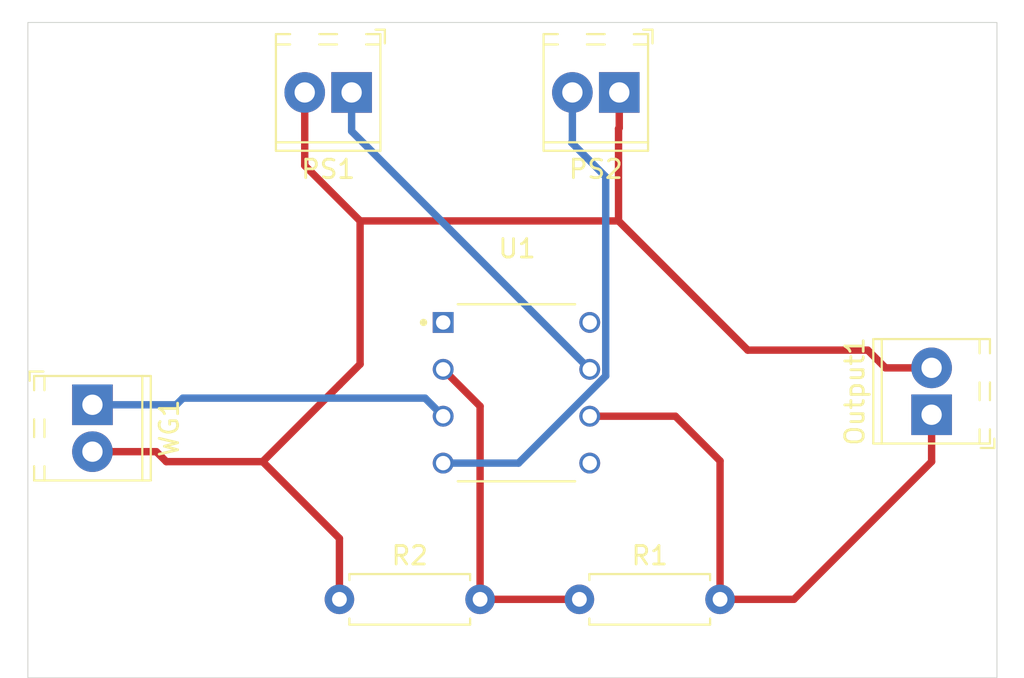
<source format=kicad_pcb>
(kicad_pcb (version 20240108) (generator "pcbnew") (generator_version "8.0")
  (layers (0 "F.Cu" signal) (31 "B.Cu" signal) (34 "B.Paste" user) (35 "F.Paste" user) (36 "B.SilkS" user "B.Silkscreen") (37 "F.SilkS" user "F.Silkscreen") (38 "B.Mask" user) (39 "F.Mask" user) (44 "Edge.Cuts" user))
  (net 0 "")
  (net 2 "Net-(U1--)")
  (net 5 "Net-(Output1-Pin_2)")
  (net 6 "Net-(Output1-Pin_1)")
  (net 7 "Net-(PS1-Pin_1)")
  (net 8 "Net-(PS2-Pin_2)")
  (net 9 "Net-(U1-+)")
  (footprint "TerminalBlock_Phoenix:TerminalBlock_Phoenix_MPT-0,5-2-2.54_1x02_P2.54mm_Horizontal" (layer "F.Cu") (at 57.04 36.04 180)
    (property "Reference" "PS1" (at 1.27 -4.16 180) (layer "F.SilkS"))
    (property "Value" "Screw_Terminal_01x02")
    (fp_line (start 4.1 -3.16) (end 4.1 3.16) (stroke (width 0.12)) (layer "F.SilkS"))
    (fp_line (start 3.33 3.16) (end 4.1 3.16) (stroke (width 0.12)) (layer "F.SilkS"))
    (fp_line (start 3.33 2.6) (end 4.1 2.6) (stroke (width 0.12)) (layer "F.SilkS"))
    (fp_line (start 0.79 3.16) (end 1.75 3.16) (stroke (width 0.12)) (layer "F.SilkS"))
    (fp_line (start 0.79 2.6) (end 1.75 2.6) (stroke (width 0.12)) (layer "F.SilkS"))
    (fp_line (start -1.56 3.16) (end -0.79 3.16) (stroke (width 0.12)) (layer "F.SilkS"))
    (fp_line (start -1.56 2.6) (end -0.79 2.6) (stroke (width 0.12)) (layer "F.SilkS"))
    (fp_line (start -1.56 -2.7) (end 4.1 -2.7) (stroke (width 0.12)) (layer "F.SilkS"))
    (fp_line (start -1.56 -3.16) (end 4.1 -3.16) (stroke (width 0.12)) (layer "F.SilkS"))
    (fp_line (start -1.56 -3.16) (end -1.56 3.16) (stroke (width 0.12)) (layer "F.SilkS"))
    (fp_line (start -1.8 3.4) (end -1.3 3.4) (stroke (width 0.12)) (layer "F.SilkS"))
    (fp_line (start -1.8 2.66) (end -1.8 3.4) (stroke (width 0.12)) (layer "F.SilkS"))
    (pad "" np_thru_hole circle (at 0 2.54 180) (size 1.1 1.1) (drill 1.1) (layers "*.Cu" "*.Mask"))
    (pad "" np_thru_hole circle (at 2.54 2.54 180) (size 1.1 1.1) (drill 1.1) (layers "*.Cu" "*.Mask"))
    (pad "1" thru_hole rect (at 0 0 180) (size 2.2 2.2) (drill 1.1) (layers "*.Cu" "*.Mask") (net 7 "Net-(PS1-Pin_1)"))
    (pad "2" thru_hole circle (at 2.54 0 180) (size 2.2 2.2) (drill 1.1) (layers "*.Cu" "*.Mask") (net 5 "Net-(Output1-Pin_2)"))
  )
  (footprint "TerminalBlock_Phoenix:TerminalBlock_Phoenix_MPT-0,5-2-2.54_1x02_P2.54mm_Horizontal" (layer "F.Cu") (at 88.46 53.5 90)
    (property "Reference" "Output1" (at 1.27 -4.16 90) (layer "F.SilkS"))
    (property "Value" "Screw_Terminal_01x02")
    (fp_line (start 4.1 -3.16) (end 4.1 3.16) (stroke (width 0.12)) (layer "F.SilkS"))
    (fp_line (start -1.56 -3.16) (end 4.1 -3.16) (stroke (width 0.12)) (layer "F.SilkS"))
    (fp_line (start -1.56 -3.16) (end -1.56 3.16) (stroke (width 0.12)) (layer "F.SilkS"))
    (fp_line (start -1.56 -2.7) (end 4.1 -2.7) (stroke (width 0.12)) (layer "F.SilkS"))
    (fp_line (start 3.33 2.6) (end 4.1 2.6) (stroke (width 0.12)) (layer "F.SilkS"))
    (fp_line (start 0.79 2.6) (end 1.75 2.6) (stroke (width 0.12)) (layer "F.SilkS"))
    (fp_line (start -1.56 2.6) (end -0.79 2.6) (stroke (width 0.12)) (layer "F.SilkS"))
    (fp_line (start -1.8 2.66) (end -1.8 3.4) (stroke (width 0.12)) (layer "F.SilkS"))
    (fp_line (start 3.33 3.16) (end 4.1 3.16) (stroke (width 0.12)) (layer "F.SilkS"))
    (fp_line (start 0.79 3.16) (end 1.75 3.16) (stroke (width 0.12)) (layer "F.SilkS"))
    (fp_line (start -1.56 3.16) (end -0.79 3.16) (stroke (width 0.12)) (layer "F.SilkS"))
    (fp_line (start -1.8 3.4) (end -1.3 3.4) (stroke (width 0.12)) (layer "F.SilkS"))
    (pad "" np_thru_hole circle (at 0 2.54 90) (size 1.1 1.1) (drill 1.1) (layers "*.Cu" "*.Mask"))
    (pad "" np_thru_hole circle (at 2.54 2.54 90) (size 1.1 1.1) (drill 1.1) (layers "*.Cu" "*.Mask"))
    (pad "1" thru_hole rect (at 0 0 90) (size 2.2 2.2) (drill 1.1) (layers "*.Cu" "*.Mask") (net 6 "Net-(Output1-Pin_1)"))
    (pad "2" thru_hole circle (at 2.54 0 90) (size 2.2 2.2) (drill 1.1) (layers "*.Cu" "*.Mask") (net 5 "Net-(Output1-Pin_2)"))
  )
  (footprint "TerminalBlock_Phoenix:TerminalBlock_Phoenix_MPT-0,5-2-2.54_1x02_P2.54mm_Horizontal" (layer "F.Cu") (at 43 52.96 -90)
    (property "Reference" "WG1" (at 1.27 -4.16 90) (layer "F.SilkS"))
    (property "Value" "Screw_Terminal_01x02")
    (fp_line (start -1.8 3.4) (end -1.3 3.4) (stroke (width 0.12)) (layer "F.SilkS"))
    (fp_line (start -1.56 3.16) (end -0.79 3.16) (stroke (width 0.12)) (layer "F.SilkS"))
    (fp_line (start 0.79 3.16) (end 1.75 3.16) (stroke (width 0.12)) (layer "F.SilkS"))
    (fp_line (start 3.33 3.16) (end 4.1 3.16) (stroke (width 0.12)) (layer "F.SilkS"))
    (fp_line (start -1.8 2.66) (end -1.8 3.4) (stroke (width 0.12)) (layer "F.SilkS"))
    (fp_line (start -1.56 2.6) (end -0.79 2.6) (stroke (width 0.12)) (layer "F.SilkS"))
    (fp_line (start 0.79 2.6) (end 1.75 2.6) (stroke (width 0.12)) (layer "F.SilkS"))
    (fp_line (start 3.33 2.6) (end 4.1 2.6) (stroke (width 0.12)) (layer "F.SilkS"))
    (fp_line (start -1.56 -2.7) (end 4.1 -2.7) (stroke (width 0.12)) (layer "F.SilkS"))
    (fp_line (start -1.56 -3.16) (end -1.56 3.16) (stroke (width 0.12)) (layer "F.SilkS"))
    (fp_line (start -1.56 -3.16) (end 4.1 -3.16) (stroke (width 0.12)) (layer "F.SilkS"))
    (fp_line (start 4.1 -3.16) (end 4.1 3.16) (stroke (width 0.12)) (layer "F.SilkS"))
    (pad "" np_thru_hole circle (at 0 2.54 270) (size 1.1 1.1) (drill 1.1) (layers "*.Cu" "*.Mask"))
    (pad "" np_thru_hole circle (at 2.54 2.54 270) (size 1.1 1.1) (drill 1.1) (layers "*.Cu" "*.Mask"))
    (pad "1" thru_hole rect (at 0 0 270) (size 2.2 2.2) (drill 1.1) (layers "*.Cu" "*.Mask") (net 9 "Net-(U1-+)"))
    (pad "2" thru_hole circle (at 2.54 0 270) (size 2.2 2.2) (drill 1.1) (layers "*.Cu" "*.Mask") (net 5 "Net-(Output1-Pin_2)"))
  )
  (footprint "TerminalBlock_Phoenix:TerminalBlock_Phoenix_MPT-0,5-2-2.54_1x02_P2.54mm_Horizontal" (layer "F.Cu") (at 71.54 36.04 180)
    (property "Reference" "PS2" (at 1.27 -4.16 180) (layer "F.SilkS"))
    (property "Value" "Screw_Terminal_01x02")
    (fp_line (start 4.1 -3.16) (end 4.1 3.16) (stroke (width 0.12)) (layer "F.SilkS"))
    (fp_line (start 3.33 3.16) (end 4.1 3.16) (stroke (width 0.12)) (layer "F.SilkS"))
    (fp_line (start 3.33 2.6) (end 4.1 2.6) (stroke (width 0.12)) (layer "F.SilkS"))
    (fp_line (start 0.79 3.16) (end 1.75 3.16) (stroke (width 0.12)) (layer "F.SilkS"))
    (fp_line (start 0.79 2.6) (end 1.75 2.6) (stroke (width 0.12)) (layer "F.SilkS"))
    (fp_line (start -1.56 3.16) (end -0.79 3.16) (stroke (width 0.12)) (layer "F.SilkS"))
    (fp_line (start -1.56 2.6) (end -0.79 2.6) (stroke (width 0.12)) (layer "F.SilkS"))
    (fp_line (start -1.56 -2.7) (end 4.1 -2.7) (stroke (width 0.12)) (layer "F.SilkS"))
    (fp_line (start -1.56 -3.16) (end 4.1 -3.16) (stroke (width 0.12)) (layer "F.SilkS"))
    (fp_line (start -1.56 -3.16) (end -1.56 3.16) (stroke (width 0.12)) (layer "F.SilkS"))
    (fp_line (start -1.8 3.4) (end -1.3 3.4) (stroke (width 0.12)) (layer "F.SilkS"))
    (fp_line (start -1.8 2.66) (end -1.8 3.4) (stroke (width 0.12)) (layer "F.SilkS"))
    (pad "" np_thru_hole circle (at 0 2.54 180) (size 1.1 1.1) (drill 1.1) (layers "*.Cu" "*.Mask"))
    (pad "" np_thru_hole circle (at 2.54 2.54 180) (size 1.1 1.1) (drill 1.1) (layers "*.Cu" "*.Mask"))
    (pad "1" thru_hole rect (at 0 0 180) (size 2.2 2.2) (drill 1.1) (layers "*.Cu" "*.Mask") (net 5 "Net-(Output1-Pin_2)"))
    (pad "2" thru_hole circle (at 2.54 0 180) (size 2.2 2.2) (drill 1.1) (layers "*.Cu" "*.Mask") (net 8 "Net-(PS2-Pin_2)"))
  )
  (footprint "Resistor_THT:R_Axial_DIN0207_L6.3mm_D2.5mm_P7.62mm_Horizontal" (layer "F.Cu") (at 69.38 63.5)
    (property "Reference" "R1" (at 3.81 -2.37 0) (layer "F.SilkS"))
    (property "Value" "5.1 ohms")
    (fp_line (start 0.54 -1.37) (end 7.08 -1.37) (stroke (width 0.12)) (layer "F.SilkS"))
    (fp_line (start 0.54 -1.04) (end 0.54 -1.37) (stroke (width 0.12)) (layer "F.SilkS"))
    (fp_line (start 0.54 1.04) (end 0.54 1.37) (stroke (width 0.12)) (layer "F.SilkS"))
    (fp_line (start 0.54 1.37) (end 7.08 1.37) (stroke (width 0.12)) (layer "F.SilkS"))
    (fp_line (start 7.08 -1.37) (end 7.08 -1.04) (stroke (width 0.12)) (layer "F.SilkS"))
    (fp_line (start 7.08 1.37) (end 7.08 1.04) (stroke (width 0.12)) (layer "F.SilkS"))
    (pad "1" thru_hole circle (at 0 0) (size 1.6 1.6) (drill 0.8) (layers "*.Cu" "*.Mask") (net 2 "Net-(U1--)"))
    (pad "2" thru_hole oval (at 7.62 0) (size 1.6 1.6) (drill 0.8) (layers "*.Cu" "*.Mask") (net 6 "Net-(Output1-Pin_1)"))
  )
  (footprint "Resistor_THT:R_Axial_DIN0207_L6.3mm_D2.5mm_P7.62mm_Horizontal" (layer "F.Cu") (at 56.38 63.5)
    (property "Reference" "R2" (at 3.81 -2.37 0) (layer "F.SilkS"))
    (property "Value" "2 ohms")
    (fp_line (start 0.54 -1.37) (end 7.08 -1.37) (stroke (width 0.12)) (layer "F.SilkS"))
    (fp_line (start 0.54 -1.04) (end 0.54 -1.37) (stroke (width 0.12)) (layer "F.SilkS"))
    (fp_line (start 0.54 1.04) (end 0.54 1.37) (stroke (width 0.12)) (layer "F.SilkS"))
    (fp_line (start 0.54 1.37) (end 7.08 1.37) (stroke (width 0.12)) (layer "F.SilkS"))
    (fp_line (start 7.08 -1.37) (end 7.08 -1.04) (stroke (width 0.12)) (layer "F.SilkS"))
    (fp_line (start 7.08 1.37) (end 7.08 1.04) (stroke (width 0.12)) (layer "F.SilkS"))
    (pad "1" thru_hole circle (at 0 0) (size 1.6 1.6) (drill 0.8) (layers "*.Cu" "*.Mask") (net 5 "Net-(Output1-Pin_2)"))
    (pad "2" thru_hole oval (at 7.62 0) (size 1.6 1.6) (drill 0.8) (layers "*.Cu" "*.Mask") (net 2 "Net-(U1--)"))
  )
  (footprint "LM741CN_NOPB:DIP794W45P254L959H508Q8" (layer "F.Cu") (at 65.97 52.31)
    (property "Reference" "U1" (at 0.03 -7.81 0) (layer "F.SilkS"))
    (property "Value" "LM741")
    (fp_line (start -3.175 -4.795) (end 3.175 -4.795) (stroke (width 0.127)) (layer "F.SilkS"))
    (fp_line (start -3.175 4.795) (end 3.175 4.795) (stroke (width 0.127)) (layer "F.SilkS"))
    (fp_circle (center -5.035 -3.81) (end -4.935 -3.81) (stroke (width 0.2)) (fill none) (layer "F.SilkS"))
    (pad "1" thru_hole rect (at -3.97 -3.81) (size 1.13 1.13) (drill 0.78) (layers "*.Cu" "*.Mask"))
    (pad "2" thru_hole circle (at -3.97 -1.27) (size 1.13 1.13) (drill 0.78) (layers "*.Cu" "*.Mask") (net 2 "Net-(U1--)"))
    (pad "3" thru_hole circle (at -3.97 1.27) (size 1.13 1.13) (drill 0.78) (layers "*.Cu" "*.Mask") (net 9 "Net-(U1-+)"))
    (pad "4" thru_hole circle (at -3.97 3.81) (size 1.13 1.13) (drill 0.78) (layers "*.Cu" "*.Mask") (net 8 "Net-(PS2-Pin_2)"))
    (pad "5" thru_hole circle (at 3.97 3.81) (size 1.13 1.13) (drill 0.78) (layers "*.Cu" "*.Mask"))
    (pad "6" thru_hole circle (at 3.97 1.27) (size 1.13 1.13) (drill 0.78) (layers "*.Cu" "*.Mask") (net 6 "Net-(Output1-Pin_1)"))
    (pad "7" thru_hole circle (at 3.97 -1.27) (size 1.13 1.13) (drill 0.78) (layers "*.Cu" "*.Mask") (net 7 "Net-(PS1-Pin_1)"))
    (pad "8" thru_hole circle (at 3.97 -3.81) (size 1.13 1.13) (drill 0.78) (layers "*.Cu" "*.Mask"))
  )
  (gr_rect (start 39.5 32.25) (end 92 67.75) (stroke (width 0.05)) (fill none) (layer "Edge.Cuts"))
  (segment (start 64 63.5) (end 69.38 63.5) (width 0.4) (layer "F.Cu") (net 2))
  (segment (start 64 53.04) (end 64 63.5) (width 0.4) (layer "F.Cu") (net 2))
  (segment (start 62 51.04) (end 64 53.04) (width 0.4) (layer "F.Cu") (net 2))
  (segment (start 71.54 37.96) (end 71.54 36.04) (width 0.4) (layer "F.Cu") (net 5))
  (segment (start 71.5 43) (end 78.5 50) (width 0.4) (layer "F.Cu") (net 5))
  (segment (start 71.5 38) (end 71.54 37.96) (width 0.4) (layer "F.Cu") (net 5))
  (segment (start 52.22 56.04) (end 47 56.04) (width 0.4) (layer "F.Cu") (net 5))
  (segment (start 85.96 50.96) (end 88.46 50.96) (width 0.4) (layer "F.Cu") (net 5))
  (segment (start 78.5 50) (end 85 50) (width 0.4) (layer "F.Cu") (net 5))
  (segment (start 71.5 43) (end 71.5 38) (width 0.4) (layer "F.Cu") (net 5))
  (segment (start 57.5 43) (end 57.5 50.76) (width 0.4) (layer "F.Cu") (net 5))
  (segment (start 57.5 50.76) (end 56.38 51.88) (width 0.4) (layer "F.Cu") (net 5))
  (segment (start 56.38 60.2) (end 56.38 63.5) (width 0.4) (layer "F.Cu") (net 5))
  (segment (start 46.46 55.5) (end 43 55.5) (width 0.4) (layer "F.Cu") (net 5))
  (segment (start 57.5 43) (end 71.5 43) (width 0.4) (layer "F.Cu") (net 5))
  (segment (start 85 50) (end 85.96 50.96) (width 0.4) (layer "F.Cu") (net 5))
  (segment (start 47 56.04) (end 46.46 55.5) (width 0.4) (layer "F.Cu") (net 5))
  (segment (start 54.5 40) (end 54.5 36.04) (width 0.4) (layer "F.Cu") (net 5))
  (segment (start 57.5 43) (end 54.5 40) (width 0.4) (layer "F.Cu") (net 5))
  (segment (start 52.22 56.04) (end 56.38 60.2) (width 0.4) (layer "F.Cu") (net 5))
  (segment (start 56.38 51.88) (end 52.22 56.04) (width 0.4) (layer "F.Cu") (net 5))
  (segment (start 77 56) (end 77 63.5) (width 0.4) (layer "F.Cu") (net 6))
  (segment (start 88.46 56.04) (end 88.46 53.5) (width 0.4) (layer "F.Cu") (net 6))
  (segment (start 74.58 53.58) (end 77 56) (width 0.4) (layer "F.Cu") (net 6))
  (segment (start 77 63.5) (end 81 63.5) (width 0.4) (layer "F.Cu") (net 6))
  (segment (start 69.94 53.58) (end 74.58 53.58) (width 0.4) (layer "F.Cu") (net 6))
  (segment (start 81 63.5) (end 88.46 56.04) (width 0.4) (layer "F.Cu") (net 6))
  (segment (start 69.94 51.04) (end 57.04 38.14) (width 0.4) (layer "B.Cu") (net 7))
  (segment (start 57.04 38.14) (end 57.04 36.04) (width 0.4) (layer "B.Cu") (net 7))
  (segment (start 62 56.12) (end 66.083295 56.12) (width 0.4) (layer "B.Cu") (net 8))
  (segment (start 69 38.72) (end 69 36.04) (width 0.4) (layer "B.Cu") (net 8))
  (segment (start 66.083295 56.12) (end 70.805 51.398295) (width 0.4) (layer "B.Cu") (net 8))
  (segment (start 68.96 38.76) (end 69 38.72) (width 0.4) (layer "B.Cu") (net 8))
  (segment (start 70.805 51.398295) (end 70.805 40.605) (width 0.4) (layer "B.Cu") (net 8))
  (segment (start 70.805 40.605) (end 68.96 38.76) (width 0.4) (layer "B.Cu") (net 8))
  (segment (start 61.92 53.5) (end 62 53.58) (width 0.2) (layer "F.Cu") (net 9))
  (segment (start 47.9 52.6) (end 47.54 52.96) (width 0.4) (layer "B.Cu") (net 9))
  (segment (start 47.9 52.6) (end 61.02 52.6) (width 0.4) (layer "B.Cu") (net 9))
  (segment (start 47.54 52.96) (end 43 52.96) (width 0.4) (layer "B.Cu") (net 9))
  (segment (start 61.02 52.6) (end 62 53.58) (width 0.4) (layer "B.Cu") (net 9))
)
</source>
